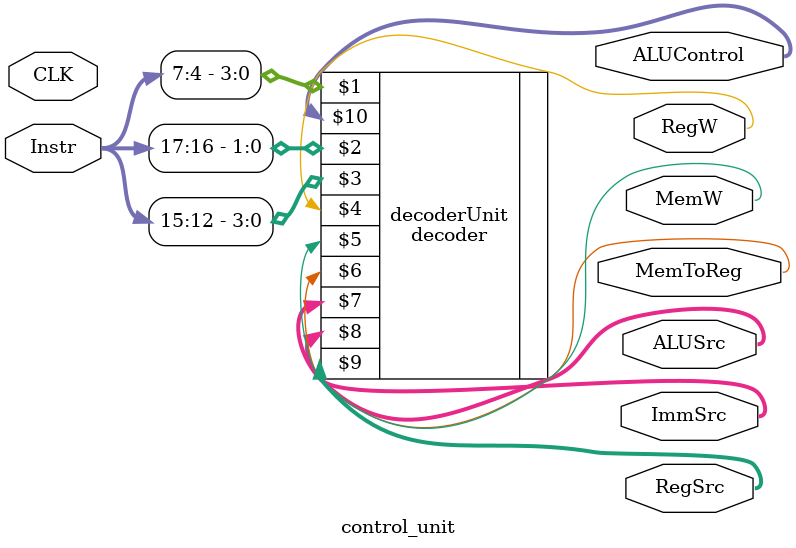
<source format=sv>
module control_unit(
	input logic CLK,
	input logic [17:0] Instr, 
	output logic RegW, MemW, MemToReg,
 	output logic [1:0] ImmSrc,ALUSrc,
	output logic [1:0] RegSrc,
	output logic [2:0] ALUControl
	);
	decoder decoderUnit (Instr[7:4], Instr[17:16], Instr[15:12], RegW, MemW, MemToReg, ALUSrc, ImmSrc, RegSrc, ALUControl);
endmodule 
</source>
